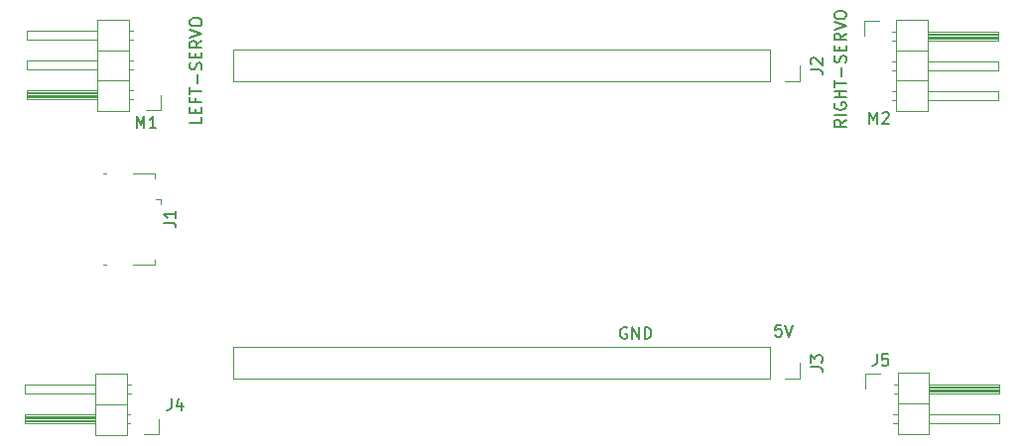
<source format=gbr>
%TF.GenerationSoftware,KiCad,Pcbnew,(6.0.7)*%
%TF.CreationDate,2022-07-30T13:06:33+08:00*%
%TF.ProjectId,remote-switch,72656d6f-7465-42d7-9377-697463682e6b,rev?*%
%TF.SameCoordinates,Original*%
%TF.FileFunction,Legend,Top*%
%TF.FilePolarity,Positive*%
%FSLAX46Y46*%
G04 Gerber Fmt 4.6, Leading zero omitted, Abs format (unit mm)*
G04 Created by KiCad (PCBNEW (6.0.7)) date 2022-07-30 13:06:33*
%MOMM*%
%LPD*%
G01*
G04 APERTURE LIST*
%ADD10C,0.150000*%
%ADD11C,0.120000*%
G04 APERTURE END LIST*
D10*
X133738095Y-137400000D02*
X133642857Y-137352380D01*
X133500000Y-137352380D01*
X133357142Y-137400000D01*
X133261904Y-137495238D01*
X133214285Y-137590476D01*
X133166666Y-137780952D01*
X133166666Y-137923809D01*
X133214285Y-138114285D01*
X133261904Y-138209523D01*
X133357142Y-138304761D01*
X133500000Y-138352380D01*
X133595238Y-138352380D01*
X133738095Y-138304761D01*
X133785714Y-138257142D01*
X133785714Y-137923809D01*
X133595238Y-137923809D01*
X134214285Y-138352380D02*
X134214285Y-137352380D01*
X134785714Y-138352380D01*
X134785714Y-137352380D01*
X135261904Y-138352380D02*
X135261904Y-137352380D01*
X135500000Y-137352380D01*
X135642857Y-137400000D01*
X135738095Y-137495238D01*
X135785714Y-137590476D01*
X135833333Y-137780952D01*
X135833333Y-137923809D01*
X135785714Y-138114285D01*
X135738095Y-138209523D01*
X135642857Y-138304761D01*
X135500000Y-138352380D01*
X135261904Y-138352380D01*
X97462380Y-119392380D02*
X97462380Y-119868571D01*
X96462380Y-119868571D01*
X96938571Y-119059047D02*
X96938571Y-118725714D01*
X97462380Y-118582857D02*
X97462380Y-119059047D01*
X96462380Y-119059047D01*
X96462380Y-118582857D01*
X96938571Y-117820952D02*
X96938571Y-118154285D01*
X97462380Y-118154285D02*
X96462380Y-118154285D01*
X96462380Y-117678095D01*
X96462380Y-117440000D02*
X96462380Y-116868571D01*
X97462380Y-117154285D02*
X96462380Y-117154285D01*
X97081428Y-116535238D02*
X97081428Y-115773333D01*
X97414761Y-115344761D02*
X97462380Y-115201904D01*
X97462380Y-114963809D01*
X97414761Y-114868571D01*
X97367142Y-114820952D01*
X97271904Y-114773333D01*
X97176666Y-114773333D01*
X97081428Y-114820952D01*
X97033809Y-114868571D01*
X96986190Y-114963809D01*
X96938571Y-115154285D01*
X96890952Y-115249523D01*
X96843333Y-115297142D01*
X96748095Y-115344761D01*
X96652857Y-115344761D01*
X96557619Y-115297142D01*
X96510000Y-115249523D01*
X96462380Y-115154285D01*
X96462380Y-114916190D01*
X96510000Y-114773333D01*
X96938571Y-114344761D02*
X96938571Y-114011428D01*
X97462380Y-113868571D02*
X97462380Y-114344761D01*
X96462380Y-114344761D01*
X96462380Y-113868571D01*
X97462380Y-112868571D02*
X96986190Y-113201904D01*
X97462380Y-113440000D02*
X96462380Y-113440000D01*
X96462380Y-113059047D01*
X96510000Y-112963809D01*
X96557619Y-112916190D01*
X96652857Y-112868571D01*
X96795714Y-112868571D01*
X96890952Y-112916190D01*
X96938571Y-112963809D01*
X96986190Y-113059047D01*
X96986190Y-113440000D01*
X96462380Y-112582857D02*
X97462380Y-112249523D01*
X96462380Y-111916190D01*
X96462380Y-111392380D02*
X96462380Y-111201904D01*
X96510000Y-111106666D01*
X96605238Y-111011428D01*
X96795714Y-110963809D01*
X97129047Y-110963809D01*
X97319523Y-111011428D01*
X97414761Y-111106666D01*
X97462380Y-111201904D01*
X97462380Y-111392380D01*
X97414761Y-111487619D01*
X97319523Y-111582857D01*
X97129047Y-111630476D01*
X96795714Y-111630476D01*
X96605238Y-111582857D01*
X96510000Y-111487619D01*
X96462380Y-111392380D01*
X152452380Y-119633333D02*
X151976190Y-119966666D01*
X152452380Y-120204761D02*
X151452380Y-120204761D01*
X151452380Y-119823809D01*
X151500000Y-119728571D01*
X151547619Y-119680952D01*
X151642857Y-119633333D01*
X151785714Y-119633333D01*
X151880952Y-119680952D01*
X151928571Y-119728571D01*
X151976190Y-119823809D01*
X151976190Y-120204761D01*
X152452380Y-119204761D02*
X151452380Y-119204761D01*
X151500000Y-118204761D02*
X151452380Y-118300000D01*
X151452380Y-118442857D01*
X151500000Y-118585714D01*
X151595238Y-118680952D01*
X151690476Y-118728571D01*
X151880952Y-118776190D01*
X152023809Y-118776190D01*
X152214285Y-118728571D01*
X152309523Y-118680952D01*
X152404761Y-118585714D01*
X152452380Y-118442857D01*
X152452380Y-118347619D01*
X152404761Y-118204761D01*
X152357142Y-118157142D01*
X152023809Y-118157142D01*
X152023809Y-118347619D01*
X152452380Y-117728571D02*
X151452380Y-117728571D01*
X151928571Y-117728571D02*
X151928571Y-117157142D01*
X152452380Y-117157142D02*
X151452380Y-117157142D01*
X151452380Y-116823809D02*
X151452380Y-116252380D01*
X152452380Y-116538095D02*
X151452380Y-116538095D01*
X152071428Y-115919047D02*
X152071428Y-115157142D01*
X152404761Y-114728571D02*
X152452380Y-114585714D01*
X152452380Y-114347619D01*
X152404761Y-114252380D01*
X152357142Y-114204761D01*
X152261904Y-114157142D01*
X152166666Y-114157142D01*
X152071428Y-114204761D01*
X152023809Y-114252380D01*
X151976190Y-114347619D01*
X151928571Y-114538095D01*
X151880952Y-114633333D01*
X151833333Y-114680952D01*
X151738095Y-114728571D01*
X151642857Y-114728571D01*
X151547619Y-114680952D01*
X151500000Y-114633333D01*
X151452380Y-114538095D01*
X151452380Y-114300000D01*
X151500000Y-114157142D01*
X151928571Y-113728571D02*
X151928571Y-113395238D01*
X152452380Y-113252380D02*
X152452380Y-113728571D01*
X151452380Y-113728571D01*
X151452380Y-113252380D01*
X152452380Y-112252380D02*
X151976190Y-112585714D01*
X152452380Y-112823809D02*
X151452380Y-112823809D01*
X151452380Y-112442857D01*
X151500000Y-112347619D01*
X151547619Y-112300000D01*
X151642857Y-112252380D01*
X151785714Y-112252380D01*
X151880952Y-112300000D01*
X151928571Y-112347619D01*
X151976190Y-112442857D01*
X151976190Y-112823809D01*
X151452380Y-111966666D02*
X152452380Y-111633333D01*
X151452380Y-111300000D01*
X151452380Y-110776190D02*
X151452380Y-110585714D01*
X151500000Y-110490476D01*
X151595238Y-110395238D01*
X151785714Y-110347619D01*
X152119047Y-110347619D01*
X152309523Y-110395238D01*
X152404761Y-110490476D01*
X152452380Y-110585714D01*
X152452380Y-110776190D01*
X152404761Y-110871428D01*
X152309523Y-110966666D01*
X152119047Y-111014285D01*
X151785714Y-111014285D01*
X151595238Y-110966666D01*
X151500000Y-110871428D01*
X151452380Y-110776190D01*
X146909523Y-137152380D02*
X146433333Y-137152380D01*
X146385714Y-137628571D01*
X146433333Y-137580952D01*
X146528571Y-137533333D01*
X146766666Y-137533333D01*
X146861904Y-137580952D01*
X146909523Y-137628571D01*
X146957142Y-137723809D01*
X146957142Y-137961904D01*
X146909523Y-138057142D01*
X146861904Y-138104761D01*
X146766666Y-138152380D01*
X146528571Y-138152380D01*
X146433333Y-138104761D01*
X146385714Y-138057142D01*
X147242857Y-137152380D02*
X147576190Y-138152380D01*
X147909523Y-137152380D01*
%TO.C,M2*%
X154440476Y-119962380D02*
X154440476Y-118962380D01*
X154773809Y-119676666D01*
X155107142Y-118962380D01*
X155107142Y-119962380D01*
X155535714Y-119057619D02*
X155583333Y-119010000D01*
X155678571Y-118962380D01*
X155916666Y-118962380D01*
X156011904Y-119010000D01*
X156059523Y-119057619D01*
X156107142Y-119152857D01*
X156107142Y-119248095D01*
X156059523Y-119390952D01*
X155488095Y-119962380D01*
X156107142Y-119962380D01*
%TO.C,J2*%
X149422380Y-115333333D02*
X150136666Y-115333333D01*
X150279523Y-115380952D01*
X150374761Y-115476190D01*
X150422380Y-115619047D01*
X150422380Y-115714285D01*
X149517619Y-114904761D02*
X149470000Y-114857142D01*
X149422380Y-114761904D01*
X149422380Y-114523809D01*
X149470000Y-114428571D01*
X149517619Y-114380952D01*
X149612857Y-114333333D01*
X149708095Y-114333333D01*
X149850952Y-114380952D01*
X150422380Y-114952380D01*
X150422380Y-114333333D01*
%TO.C,J4*%
X94866666Y-143442380D02*
X94866666Y-144156666D01*
X94819047Y-144299523D01*
X94723809Y-144394761D01*
X94580952Y-144442380D01*
X94485714Y-144442380D01*
X95771428Y-143775714D02*
X95771428Y-144442380D01*
X95533333Y-143394761D02*
X95295238Y-144109047D01*
X95914285Y-144109047D01*
%TO.C,J1*%
X94254880Y-128433333D02*
X94969166Y-128433333D01*
X95112023Y-128480952D01*
X95207261Y-128576190D01*
X95254880Y-128719047D01*
X95254880Y-128814285D01*
X95254880Y-127433333D02*
X95254880Y-128004761D01*
X95254880Y-127719047D02*
X94254880Y-127719047D01*
X94397738Y-127814285D01*
X94492976Y-127909523D01*
X94540595Y-128004761D01*
%TO.C,J5*%
X155076666Y-139632380D02*
X155076666Y-140346666D01*
X155029047Y-140489523D01*
X154933809Y-140584761D01*
X154790952Y-140632380D01*
X154695714Y-140632380D01*
X156029047Y-139632380D02*
X155552857Y-139632380D01*
X155505238Y-140108571D01*
X155552857Y-140060952D01*
X155648095Y-140013333D01*
X155886190Y-140013333D01*
X155981428Y-140060952D01*
X156029047Y-140108571D01*
X156076666Y-140203809D01*
X156076666Y-140441904D01*
X156029047Y-140537142D01*
X155981428Y-140584761D01*
X155886190Y-140632380D01*
X155648095Y-140632380D01*
X155552857Y-140584761D01*
X155505238Y-140537142D01*
%TO.C,J3*%
X149422380Y-140733333D02*
X150136666Y-140733333D01*
X150279523Y-140780952D01*
X150374761Y-140876190D01*
X150422380Y-141019047D01*
X150422380Y-141114285D01*
X149422380Y-140352380D02*
X149422380Y-139733333D01*
X149803333Y-140066666D01*
X149803333Y-139923809D01*
X149850952Y-139828571D01*
X149898571Y-139780952D01*
X149993809Y-139733333D01*
X150231904Y-139733333D01*
X150327142Y-139780952D01*
X150374761Y-139828571D01*
X150422380Y-139923809D01*
X150422380Y-140209523D01*
X150374761Y-140304761D01*
X150327142Y-140352380D01*
%TO.C,M1*%
X91910476Y-120332380D02*
X91910476Y-119332380D01*
X92243809Y-120046666D01*
X92577142Y-119332380D01*
X92577142Y-120332380D01*
X93577142Y-120332380D02*
X93005714Y-120332380D01*
X93291428Y-120332380D02*
X93291428Y-119332380D01*
X93196190Y-119475238D01*
X93100952Y-119570476D01*
X93005714Y-119618095D01*
D11*
%TO.C,M2*%
X159400000Y-112380000D02*
X165400000Y-112380000D01*
X159400000Y-112260000D02*
X165400000Y-112260000D01*
X159400000Y-114620000D02*
X165400000Y-114620000D01*
X156342929Y-114620000D02*
X156740000Y-114620000D01*
X159400000Y-118870000D02*
X159400000Y-111130000D01*
X154030000Y-111190000D02*
X155300000Y-111190000D01*
X159400000Y-112080000D02*
X165400000Y-112080000D01*
X156740000Y-113730000D02*
X159400000Y-113730000D01*
X156410000Y-112080000D02*
X156740000Y-112080000D01*
X156740000Y-111130000D02*
X156740000Y-118870000D01*
X159400000Y-111130000D02*
X156740000Y-111130000D01*
X156740000Y-116270000D02*
X159400000Y-116270000D01*
X165400000Y-112080000D02*
X165400000Y-112840000D01*
X156410000Y-112840000D02*
X156740000Y-112840000D01*
X159400000Y-112140000D02*
X165400000Y-112140000D01*
X156342929Y-117160000D02*
X156740000Y-117160000D01*
X154030000Y-112460000D02*
X154030000Y-111190000D01*
X156740000Y-118870000D02*
X159400000Y-118870000D01*
X156342929Y-117920000D02*
X156740000Y-117920000D01*
X165400000Y-117920000D02*
X159400000Y-117920000D01*
X159400000Y-112740000D02*
X165400000Y-112740000D01*
X165400000Y-117160000D02*
X165400000Y-117920000D01*
X159400000Y-112500000D02*
X165400000Y-112500000D01*
X165400000Y-112840000D02*
X159400000Y-112840000D01*
X159400000Y-117160000D02*
X165400000Y-117160000D01*
X159400000Y-112620000D02*
X165400000Y-112620000D01*
X156342929Y-115380000D02*
X156740000Y-115380000D01*
X165400000Y-114620000D02*
X165400000Y-115380000D01*
X165400000Y-115380000D02*
X159400000Y-115380000D01*
%TO.C,J2*%
X145930000Y-116330000D02*
X100150000Y-116330000D01*
X145930000Y-113670000D02*
X145930000Y-116330000D01*
X145930000Y-113670000D02*
X100150000Y-113670000D01*
X148530000Y-115000000D02*
X148530000Y-116330000D01*
X148530000Y-116330000D02*
X147200000Y-116330000D01*
X100150000Y-113670000D02*
X100150000Y-116330000D01*
%TO.C,J4*%
X88400000Y-141330000D02*
X88400000Y-146530000D01*
X93770000Y-145200000D02*
X93770000Y-146470000D01*
X82400000Y-142280000D02*
X88400000Y-142280000D01*
X88400000Y-145520000D02*
X82400000Y-145520000D01*
X88400000Y-145280000D02*
X82400000Y-145280000D01*
X91457071Y-142280000D02*
X91060000Y-142280000D01*
X88400000Y-145040000D02*
X82400000Y-145040000D01*
X88400000Y-146530000D02*
X91060000Y-146530000D01*
X91060000Y-141330000D02*
X88400000Y-141330000D01*
X82400000Y-144820000D02*
X88400000Y-144820000D01*
X88400000Y-143040000D02*
X82400000Y-143040000D01*
X88400000Y-145160000D02*
X82400000Y-145160000D01*
X88400000Y-144920000D02*
X82400000Y-144920000D01*
X82400000Y-145580000D02*
X82400000Y-144820000D01*
X91390000Y-144820000D02*
X91060000Y-144820000D01*
X91457071Y-143040000D02*
X91060000Y-143040000D01*
X91060000Y-146530000D02*
X91060000Y-141330000D01*
X82400000Y-143040000D02*
X82400000Y-142280000D01*
X93770000Y-146470000D02*
X92500000Y-146470000D01*
X91060000Y-143930000D02*
X88400000Y-143930000D01*
X88400000Y-145400000D02*
X82400000Y-145400000D01*
X91390000Y-145580000D02*
X91060000Y-145580000D01*
X88400000Y-145580000D02*
X82400000Y-145580000D01*
%TO.C,J1*%
X93452500Y-132000000D02*
X93452500Y-131550000D01*
X94002500Y-126400000D02*
X93552500Y-126400000D01*
X89052500Y-132000000D02*
X89302500Y-132000000D01*
X94002500Y-126400000D02*
X94002500Y-126850000D01*
X91602500Y-124200000D02*
X93452500Y-124200000D01*
X91602500Y-132000000D02*
X93452500Y-132000000D01*
X89052500Y-124200000D02*
X89302500Y-124200000D01*
X93452500Y-124200000D02*
X93452500Y-124650000D01*
%TO.C,J5*%
X156442929Y-144760000D02*
X156840000Y-144760000D01*
X154130000Y-141330000D02*
X155400000Y-141330000D01*
X159500000Y-142760000D02*
X165500000Y-142760000D01*
X156840000Y-146470000D02*
X159500000Y-146470000D01*
X165500000Y-142980000D02*
X159500000Y-142980000D01*
X156510000Y-142980000D02*
X156840000Y-142980000D01*
X159500000Y-142520000D02*
X165500000Y-142520000D01*
X156442929Y-145520000D02*
X156840000Y-145520000D01*
X165500000Y-145520000D02*
X159500000Y-145520000D01*
X159500000Y-142280000D02*
X165500000Y-142280000D01*
X159500000Y-142220000D02*
X165500000Y-142220000D01*
X154130000Y-142600000D02*
X154130000Y-141330000D01*
X165500000Y-144760000D02*
X165500000Y-145520000D01*
X159500000Y-142400000D02*
X165500000Y-142400000D01*
X159500000Y-146470000D02*
X159500000Y-141270000D01*
X156840000Y-143870000D02*
X159500000Y-143870000D01*
X159500000Y-142880000D02*
X165500000Y-142880000D01*
X159500000Y-141270000D02*
X156840000Y-141270000D01*
X156840000Y-141270000D02*
X156840000Y-146470000D01*
X159500000Y-142640000D02*
X165500000Y-142640000D01*
X159500000Y-144760000D02*
X165500000Y-144760000D01*
X165500000Y-142220000D02*
X165500000Y-142980000D01*
X156510000Y-142220000D02*
X156840000Y-142220000D01*
%TO.C,J3*%
X145930000Y-141730000D02*
X100150000Y-141730000D01*
X100150000Y-139070000D02*
X100150000Y-141730000D01*
X145930000Y-139070000D02*
X100150000Y-139070000D01*
X148530000Y-141730000D02*
X147200000Y-141730000D01*
X145930000Y-139070000D02*
X145930000Y-141730000D01*
X148530000Y-140400000D02*
X148530000Y-141730000D01*
%TO.C,M1*%
X88575000Y-117905000D02*
X82575000Y-117905000D01*
X88575000Y-117605000D02*
X82575000Y-117605000D01*
X91235000Y-118855000D02*
X91235000Y-111115000D01*
X82575000Y-115365000D02*
X82575000Y-114605000D01*
X88575000Y-111115000D02*
X88575000Y-118855000D01*
X82575000Y-117145000D02*
X88575000Y-117145000D01*
X82575000Y-117905000D02*
X82575000Y-117145000D01*
X93945000Y-117525000D02*
X93945000Y-118795000D01*
X91632071Y-112825000D02*
X91235000Y-112825000D01*
X93945000Y-118795000D02*
X92675000Y-118795000D01*
X91235000Y-113715000D02*
X88575000Y-113715000D01*
X88575000Y-117845000D02*
X82575000Y-117845000D01*
X91632071Y-114605000D02*
X91235000Y-114605000D01*
X91632071Y-112065000D02*
X91235000Y-112065000D01*
X88575000Y-115365000D02*
X82575000Y-115365000D01*
X91632071Y-115365000D02*
X91235000Y-115365000D01*
X91565000Y-117145000D02*
X91235000Y-117145000D01*
X91565000Y-117905000D02*
X91235000Y-117905000D01*
X82575000Y-114605000D02*
X88575000Y-114605000D01*
X88575000Y-118855000D02*
X91235000Y-118855000D01*
X88575000Y-117365000D02*
X82575000Y-117365000D01*
X91235000Y-116255000D02*
X88575000Y-116255000D01*
X88575000Y-117725000D02*
X82575000Y-117725000D01*
X88575000Y-112825000D02*
X82575000Y-112825000D01*
X82575000Y-112065000D02*
X88575000Y-112065000D01*
X82575000Y-112825000D02*
X82575000Y-112065000D01*
X88575000Y-117485000D02*
X82575000Y-117485000D01*
X88575000Y-117245000D02*
X82575000Y-117245000D01*
X91235000Y-111115000D02*
X88575000Y-111115000D01*
%TD*%
M02*

</source>
